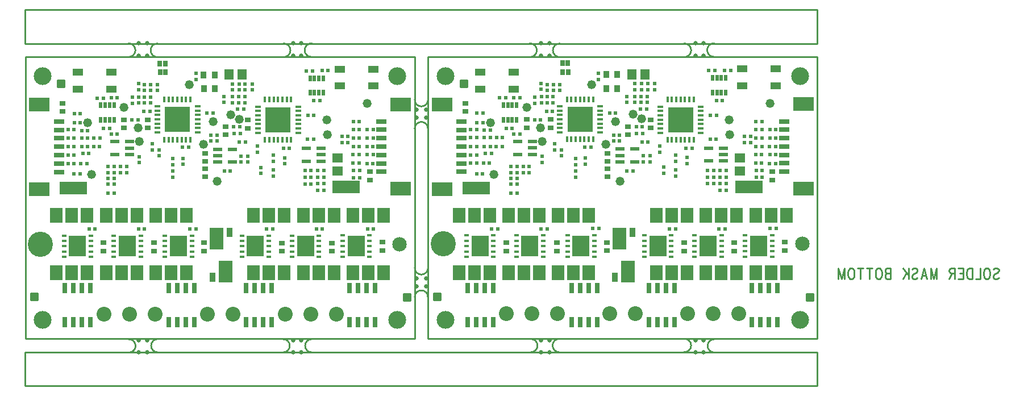
<source format=gbr>
*
%LPD*%
%LN2FOC-SMB*%
%FSLAX24Y24*%
%MOIN*%
%SRX1Y1I0.0J0.0*%
%AD*%
%ADD13C,0.010000*%
%ADD83C,0.104360*%
%ADD84R,0.026000X0.037000*%
%ADD85R,0.037000X0.026000*%
%ADD86C,0.042000*%
%ADD87C,0.147670*%
%ADD88C,0.084680*%
%ADD89R,0.023650X0.023650*%
%ADD90R,0.054000X0.062000*%
%ADD91R,0.162000X0.078000*%
%ADD93R,0.081920X0.127200*%
%ADD94R,0.031920X0.057120*%
%ADD95R,0.077000X0.086000*%
%ADD96R,0.062000X0.054000*%
%ADD108C,0.052000*%
%ADD109R,0.064990X0.029560*%
%ADD110R,0.120110X0.084680*%
%ADD113C,0.025620*%
%ADD114C,0.087000*%
%ADD115R,0.018930X0.033500*%
%ADD116R,0.061060X0.041370*%
%ADD117R,0.052000X0.023000*%
%ADD118R,0.037430X0.041370*%
%ADD119R,0.015780X0.033500*%
%ADD120R,0.033500X0.015780*%
%ADD121R,0.147670X0.147670*%
%ADD122R,0.025620X0.017750*%
%ADD123R,0.104360X0.120110*%
%ADD124R,0.025620X0.061060*%
G54D13*
G1X7575Y25267D2*
G1X7975Y25264D1*
G1X7975Y24867D1*
G1X7575Y24867D1*
G1X7575Y25267D1*
G1X27871Y12735D2*
G1X28271Y12733D1*
G1X28271Y12336D1*
G1X27871Y12336D1*
G1X27871Y12735D1*
G1X6016Y12759D2*
G1X6416Y12757D1*
G1X6416Y12359D1*
G1X6016Y12359D1*
G1X6016Y12759D1*
G1X7594Y24867D2*
G1X7975Y25249D1*
G1X7721Y24867D2*
G1X7975Y25121D1*
G1X7848Y24867D2*
G1X7975Y24994D1*
G1X7575Y24976D2*
G1X7864Y25265D1*
G1X7575Y25103D2*
G1X7738Y25266D1*
G1X7575Y25231D2*
G1X7611Y25267D1*
G1X27889Y12336D2*
G1X28271Y12717D1*
G1X28016Y12336D2*
G1X28271Y12590D1*
G1X28144Y12336D2*
G1X28271Y12463D1*
G1X27871Y12444D2*
G1X28160Y12734D1*
G1X27871Y12572D2*
G1X28033Y12734D1*
G1X27871Y12699D2*
G1X27907Y12735D1*
G1X6035Y12359D2*
G1X6416Y12741D1*
G1X6162Y12359D2*
G1X6416Y12614D1*
G1X6289Y12359D2*
G1X6416Y12486D1*
G1X6016Y12468D2*
G1X6305Y12757D1*
G1X6016Y12595D2*
G1X6179Y12758D1*
G1X6016Y12723D2*
G1X6052Y12759D1*
G1X5689Y10087D2*
G1X28523Y10087D1*
G1X28523Y26622D1*
G1X5689Y26622D1*
G1X5689Y10087D1*
G1X11729Y26620D2*
G75*
G3X11730Y27420I17J400D1*
G74*
G1X13453Y27415D2*
G75*
G3X13452Y26615I-17J-400D1*
G74*
G1X20824Y26616D2*
G75*
G3X20825Y27416I17J400D1*
G74*
G1X22490Y27422D2*
G75*
G3X22489Y26622I-17J-400D1*
G74*
G1X11751Y9287D2*
G75*
G3X11752Y10064I16J388D1*
G74*
G1X13473Y10075D2*
G75*
G3X13472Y9296I-16J-390D1*
G74*
G1X20797Y9292D2*
G75*
G3X20797Y10068I15J388D1*
G74*
G1X22505Y10071D2*
G75*
G3X22504Y9292I-16J-390D1*
G74*
G1X29305Y12527D2*
G75*
G3X28529Y12528I-388J16D1*
G74*
G1X28530Y14263D2*
G75*
G3X29309Y14262I390J-16D1*
G74*
G1X5682Y29383D2*
G1X52139Y29383D1*
G1X52139Y27415D1*
G1X5682Y27415D1*
G1X5682Y29383D1*
G1X29304Y10092D2*
G1X52139Y10092D1*
G1X52139Y26627D1*
G1X29304Y26627D1*
G1X29304Y10092D1*
G1X5682Y9304D2*
G1X52139Y9304D1*
G1X52139Y7336D1*
G1X5682Y7336D1*
G1X5682Y9304D1*
G1X29304Y22409D2*
G75*
G3X28528Y22410I-388J16D1*
G74*
G1X28530Y24125D2*
G75*
G3X29309Y24124I390J-16D1*
G74*
G1X37050Y27414D2*
G75*
G3X37049Y26614I-17J-400D1*
G74*
G1X35278Y26617D2*
G75*
G3X35279Y27417I17J400D1*
G74*
G1X44328Y26617D2*
G75*
G3X44329Y27417I17J400D1*
G74*
G1X46098Y27426D2*
G75*
G3X46097Y26626I-17J-400D1*
G74*
G1X46114Y10066D2*
G75*
G3X46114Y9287I-16J-390D1*
G74*
G1X44341Y9311D2*
G75*
G3X44341Y10087I16J388D1*
G74*
G1X37019Y10085D2*
G75*
G3X37018Y9306I-16J-390D1*
G74*
G1X35329Y9303D2*
G75*
G3X35330Y10080I16J388D1*
G74*
G54D83*
G1X6706Y11204D3*
G1X27506Y11204D3*
G1X6706Y25504D3*
G1X27506Y25504D3*
G54D84*
G1X13602Y25717D3*
G1X13917Y25717D3*
G1X13897Y26248D3*
G1X13582Y26248D3*
G54D85*
G1X7874Y23429D3*
G1X7874Y23909D3*
G1X25886Y19884D3*
G1X25886Y19404D3*
G1X17421Y22051D3*
G1X17421Y22531D3*
G1X18740Y22445D3*
G1X18740Y22925D3*
G1X10275Y15717D3*
G1X10275Y15237D3*
G1X13248Y15717D3*
G1X13248Y15237D3*
G1X16177Y15724D3*
G1X16177Y15244D3*
G1X20724Y15715D3*
G1X20724Y15235D3*
G1X23653Y15715D3*
G1X23653Y15235D3*
G1X26630Y15750D3*
G1X26630Y15270D3*
G1X16220Y20496D3*
G1X16220Y20976D3*
G1X16220Y19591D3*
G1X16220Y20071D3*
G1X12874Y22465D3*
G1X12874Y22945D3*
G1X11476Y22465D3*
G1X11476Y22945D3*
G54D86*
G1X7775Y25067D3*
G1X28071Y12536D3*
G1X6216Y12559D3*
G54D87*
G1X6575Y15648D3*
G54D88*
G1X27638Y15648D3*
G54D89*
G1X9291Y20382D3*
G1X8937Y20382D3*
G1X9350Y21878D3*
G1X8996Y21878D3*
G1X9350Y21377D3*
G1X8996Y21377D3*
G1X8897Y19752D3*
G1X8543Y19752D3*
G1X8917Y22764D3*
G1X8563Y22764D3*
G1X8543Y20874D3*
G1X8189Y20874D3*
G1X8543Y21366D3*
G1X8189Y21366D3*
G1X8543Y21878D3*
G1X8189Y21878D3*
G1X8543Y22351D3*
G1X8189Y22351D3*
G1X8917Y23315D3*
G1X8563Y23315D3*
G1X9350Y22311D3*
G1X8996Y22311D3*
G1X9409Y20973D3*
G1X9055Y20973D3*
G1X8189Y20382D3*
G1X8543Y20382D3*
G1X24941Y19546D3*
G1X25295Y19546D3*
G1X24909Y20394D3*
G1X25263Y20394D3*
G1X24921Y21849D3*
G1X25275Y21849D3*
G1X26102Y22361D3*
G1X25748Y22361D3*
G1X25748Y21849D3*
G1X26102Y21849D3*
G1X25728Y21357D3*
G1X26082Y21357D3*
G1X25748Y20884D3*
G1X26102Y20884D3*
G1X25728Y20374D3*
G1X26082Y20374D3*
G1X25295Y19959D3*
G1X24941Y19959D3*
G1X25263Y20886D3*
G1X24909Y20886D3*
G1X25275Y21357D3*
G1X24921Y21357D3*
G1X25275Y22361D3*
G1X24921Y22361D3*
G1X10059Y21878D3*
G1X9704Y21878D3*
G1X10039Y21377D3*
G1X9685Y21377D3*
G1X24252Y21599D3*
G1X24606Y21599D3*
G1X24252Y21961D3*
G1X24606Y21961D3*
G1X15689Y25303D3*
G1X15689Y25658D3*
G1X25275Y22833D3*
G1X24921Y22833D3*
G1X12370Y20782D3*
G1X12370Y20428D3*
G1X13527Y21176D3*
G1X13527Y20821D3*
G1X13134Y21176D3*
G1X13134Y21530D3*
G1X14350Y20303D3*
G1X14350Y20658D3*
G1X14350Y19929D3*
G1X14350Y19575D3*
G1X19291Y21386D3*
G1X19291Y21032D3*
G1X18248Y21642D3*
G1X18602Y21642D3*
G1X14921Y20323D3*
G1X14921Y20677D3*
G1X20224Y20500D3*
G1X20224Y20854D3*
G1X19508Y19791D3*
G1X19508Y20146D3*
G1X20897Y20713D3*
G1X20897Y20358D3*
G1X20228Y19996D3*
G1X20228Y19642D3*
G1X12638Y23433D3*
G1X12992Y23433D3*
G1X18149Y23571D3*
G1X18504Y23571D3*
G1X10630Y22429D3*
G1X10275Y22429D3*
G1X16693Y23321D3*
G1X16338Y23321D3*
G1X15256Y21327D3*
G1X14901Y21327D3*
G1X21181Y21268D3*
G1X20826Y21268D3*
G1X22615Y23195D3*
G1X22261Y23195D3*
G1X10728Y24225D3*
G1X11082Y24225D3*
G1X10256Y24213D3*
G1X9901Y24213D3*
G1X23088Y25833D3*
G1X23442Y25833D3*
G1X22519Y25815D3*
G1X22165Y25815D3*
G1X17933Y22134D3*
G1X18287Y22134D3*
G1X17913Y22528D3*
G1X18267Y22528D3*
G1X9429Y16526D3*
G1X9783Y16526D3*
G1X12329Y16536D3*
G1X12683Y16536D3*
G1X15350Y16543D3*
G1X15704Y16543D3*
G1X11082Y22085D3*
G1X10728Y22085D3*
G1X10551Y19172D3*
G1X10905Y19172D3*
G1X11279Y20205D3*
G1X11634Y20205D3*
G1X10551Y19487D3*
G1X10905Y19487D3*
G1X10551Y20205D3*
G1X10905Y20205D3*
G1X10551Y19831D3*
G1X10905Y19831D3*
G1X10551Y18621D3*
G1X10905Y18621D3*
G1X11279Y19831D3*
G1X11634Y19831D3*
G1X22834Y19949D3*
G1X23189Y19949D3*
G1X13051Y24654D3*
G1X13051Y25008D3*
G1X13031Y23925D3*
G1X13031Y24280D3*
G1X18189Y23945D3*
G1X18189Y24299D3*
G1X18228Y24693D3*
G1X18228Y25047D3*
G1X12323Y25067D3*
G1X12323Y24713D3*
G1X12677Y24654D3*
G1X12677Y25008D3*
G1X11968Y24260D3*
G1X11968Y23906D3*
G1X12677Y23925D3*
G1X12677Y24280D3*
G1X17342Y24310D3*
G1X17342Y23955D3*
G1X18563Y23945D3*
G1X18563Y24299D3*
G1X18996Y25047D3*
G1X18996Y24693D3*
G1X17834Y24693D3*
G1X17834Y25047D3*
G1X13425Y24654D3*
G1X13425Y25008D3*
G1X12342Y23925D3*
G1X12342Y24280D3*
G1X17834Y23945D3*
G1X17834Y24299D3*
G1X18582Y24693D3*
G1X18582Y25047D3*
G1X25760Y16547D3*
G1X26114Y16547D3*
G1X19850Y16540D3*
G1X20204Y16540D3*
G1X23189Y19201D3*
G1X22834Y19201D3*
G1X22598Y21799D3*
G1X22244Y21799D3*
G1X22086Y19575D3*
G1X22441Y19575D3*
G1X22834Y18807D3*
G1X23189Y18807D3*
G1X22086Y19181D3*
G1X22441Y19181D3*
G1X22834Y19575D3*
G1X23189Y19575D3*
G1X22086Y19949D3*
G1X22441Y19949D3*
G1X22964Y24071D3*
G1X22610Y24071D3*
G1X16929Y21701D3*
G1X16575Y21701D3*
G1X17716Y19929D3*
G1X17362Y19929D3*
G1X18720Y20815D3*
G1X18720Y20461D3*
G1X18326Y20461D3*
G1X18326Y20815D3*
G1X16575Y22036D3*
G1X16929Y22036D3*
G1X22760Y16532D3*
G1X23114Y16532D3*
G1X11949Y22941D3*
G1X12303Y22941D3*
G54D90*
G1X18411Y25599D3*
G1X17651Y25599D3*
G54D91*
G1X8504Y18916D3*
G1X24508Y18995D3*
G54D93*
G1X17430Y14036D3*
G1X16909Y15976D3*
G54D94*
G1X16660Y13684D3*
G1X17679Y16328D3*
G54D95*
G1X7505Y13955D3*
G1X8405Y13955D3*
G1X9305Y13955D3*
G1X20880Y17341D3*
G1X19980Y17341D3*
G1X19080Y17341D3*
G1X23793Y17341D3*
G1X22893Y17341D3*
G1X21993Y17341D3*
G1X26707Y17341D3*
G1X25807Y17341D3*
G1X24907Y17341D3*
G1X10419Y13955D3*
G1X11319Y13955D3*
G1X12219Y13955D3*
G1X13332Y13955D3*
G1X14232Y13955D3*
G1X15132Y13955D3*
G1X9305Y17341D3*
G1X8405Y17341D3*
G1X7505Y17341D3*
G1X12219Y17341D3*
G1X11319Y17341D3*
G1X10419Y17341D3*
G1X15132Y17341D3*
G1X14232Y17341D3*
G1X13332Y17341D3*
G1X19080Y13955D3*
G1X19980Y13955D3*
G1X20880Y13955D3*
G1X21993Y13955D3*
G1X22893Y13955D3*
G1X23793Y13955D3*
G1X24907Y13955D3*
G1X25807Y13955D3*
G1X26707Y13955D3*
G54D96*
G1X23996Y19943D3*
G1X23996Y20703D3*
G54D108*
G1X17736Y23247D3*
G1X23386Y22051D3*
G1X23366Y22921D3*
G1X11476Y23669D3*
G1X9350Y22764D3*
G1X16693Y22843D3*
G1X9567Y19723D3*
G1X12370Y21652D3*
G1X18228Y22980D3*
G1X16130Y21504D3*
G1X25748Y23906D3*
G1X16949Y19339D3*
G1X15295Y25008D3*
G1X12303Y22449D3*
G54D109*
G1X26575Y22843D3*
G1X26575Y22351D3*
G1X26575Y21859D3*
G1X26575Y21367D3*
G1X26575Y20875D3*
G1X26575Y20382D3*
G1X26575Y19890D3*
G1X7657Y19880D3*
G1X7657Y20372D3*
G1X7657Y20864D3*
G1X7657Y21356D3*
G1X7657Y21849D3*
G1X7657Y22341D3*
G1X7657Y22833D3*
G54D110*
G1X27716Y18886D3*
G1X27716Y23847D3*
G1X6515Y23837D3*
G1X6515Y18876D3*
G54D113*
G1X12348Y26711D3*
G1X12348Y9999D3*
G1X12348Y9308D3*
G1X12821Y9308D3*
G1X21876Y9999D3*
G1X21403Y9999D3*
G1X21403Y9308D3*
G1X21876Y9308D3*
G1X28622Y13157D3*
G1X28622Y13629D3*
G1X29212Y13157D3*
G1X12821Y27419D3*
G1X29212Y13629D3*
G1X28622Y23057D3*
G1X28622Y23529D3*
G1X29212Y23057D3*
G1X29212Y23529D3*
G1X35948Y27419D3*
G1X36421Y27419D3*
G1X35948Y26711D3*
G1X36421Y26711D3*
G1X45003Y27419D3*
G1X12348Y27419D3*
G1X45476Y27419D3*
G1X45003Y26711D3*
G1X45476Y26711D3*
G1X35948Y9999D3*
G1X36421Y9999D3*
G1X36421Y9308D3*
G1X35948Y9308D3*
G1X45003Y9999D3*
G1X45476Y9999D3*
G1X45003Y9308D3*
G1X12821Y26711D3*
G1X45476Y9308D3*
G1X21876Y27419D3*
G1X21403Y27419D3*
G1X21403Y26711D3*
G1X21876Y26711D3*
G1X12821Y9999D3*
G54D114*
G1X16356Y11543D3*
G1X17856Y11543D3*
G1X10291Y11543D3*
G1X11791Y11543D3*
G1X13291Y11543D3*
G1X20921Y11543D3*
G1X22421Y11543D3*
G1X23921Y11543D3*
G54D115*
G1X10886Y22925D3*
G1X10630Y22925D3*
G1X10374Y22925D3*
G1X10118Y22925D3*
G1X10118Y23791D3*
G1X10374Y23791D3*
G1X10630Y23791D3*
G1X10886Y23791D3*
G1X23157Y24516D3*
G1X22901Y24516D3*
G1X22645Y24516D3*
G1X22389Y24516D3*
G1X22389Y25382D3*
G1X22645Y25382D3*
G1X22901Y25382D3*
G1X23157Y25382D3*
G54D116*
G1X10728Y24732D3*
G1X10728Y25717D3*
G1X8760Y25717D3*
G1X8760Y24732D3*
G1X24134Y25914D3*
G1X24134Y24929D3*
G1X26102Y24929D3*
G1X26102Y25914D3*
G54D117*
G1X11808Y21658D3*
G1X11808Y21278D3*
G1X11808Y20898D3*
G1X10938Y20898D3*
G1X10938Y21658D3*
G1X23028Y21274D3*
G1X23028Y20894D3*
G1X23028Y20514D3*
G1X22158Y20514D3*
G1X22158Y21274D3*
G1X16952Y20455D3*
G1X16952Y20835D3*
G1X16952Y21215D3*
G1X17822Y21215D3*
G1X17822Y20455D3*
G54D118*
G1X16791Y25579D3*
G1X16791Y24752D3*
G1X16157Y24752D3*
G1X16149Y25579D3*
G54D119*
G1X13838Y24142D3*
G1X14094Y24142D3*
G1X14350Y24142D3*
G1X14606Y24142D3*
G1X14862Y24142D3*
G1X15118Y24142D3*
G1X15374Y24142D3*
G1X15374Y21780D3*
G1X15118Y21780D3*
G1X14862Y21780D3*
G1X14606Y21780D3*
G1X14350Y21780D3*
G1X14094Y21780D3*
G1X13838Y21780D3*
G1X19744Y24122D3*
G1X20000Y24122D3*
G1X20256Y24122D3*
G1X20512Y24122D3*
G1X20767Y24122D3*
G1X21023Y24122D3*
G1X21279Y24122D3*
G1X21279Y21760D3*
G1X21023Y21760D3*
G1X20767Y21760D3*
G1X20512Y21760D3*
G1X20256Y21760D3*
G1X20000Y21760D3*
G1X19744Y21760D3*
G54D120*
G1X15787Y23729D3*
G1X15787Y23473D3*
G1X15787Y23217D3*
G1X15787Y22961D3*
G1X15787Y22705D3*
G1X15787Y22449D3*
G1X15787Y22193D3*
G1X13425Y22193D3*
G1X13425Y22449D3*
G1X13425Y22705D3*
G1X13425Y22961D3*
G1X13425Y23217D3*
G1X13425Y23473D3*
G1X13425Y23729D3*
G1X21693Y23709D3*
G1X21693Y23453D3*
G1X21693Y23197D3*
G1X21693Y22941D3*
G1X21693Y22685D3*
G1X21693Y22429D3*
G1X21693Y22173D3*
G1X19330Y22173D3*
G1X19330Y22429D3*
G1X19330Y22685D3*
G1X19330Y22941D3*
G1X19330Y23197D3*
G1X19330Y23453D3*
G1X19330Y23709D3*
G54D121*
G1X14606Y22961D3*
G1X20512Y22941D3*
G54D122*
G1X9527Y16146D3*
G1X9527Y15831D3*
G1X9527Y15516D3*
G1X9527Y15201D3*
G1X9527Y14886D3*
G1X7952Y14886D3*
G1X7952Y15201D3*
G1X7952Y15516D3*
G1X7952Y15831D3*
G1X7952Y16146D3*
G1X12456Y16146D3*
G1X12456Y15831D3*
G1X12456Y15516D3*
G1X12456Y15201D3*
G1X12456Y14886D3*
G1X10881Y14886D3*
G1X10881Y15201D3*
G1X10881Y15516D3*
G1X10881Y15831D3*
G1X10881Y16146D3*
G1X15456Y16146D3*
G1X15456Y15831D3*
G1X15456Y15516D3*
G1X15456Y15201D3*
G1X15456Y14886D3*
G1X13881Y14886D3*
G1X13881Y15201D3*
G1X13881Y15516D3*
G1X13881Y15831D3*
G1X13881Y16146D3*
G1X19968Y16146D3*
G1X19968Y15831D3*
G1X19968Y15516D3*
G1X19968Y15201D3*
G1X19968Y14886D3*
G1X18393Y14886D3*
G1X18393Y15201D3*
G1X18393Y15516D3*
G1X18393Y15831D3*
G1X18393Y16146D3*
G1X22909Y16146D3*
G1X22909Y15831D3*
G1X22909Y15516D3*
G1X22909Y15201D3*
G1X22909Y14886D3*
G1X21334Y14886D3*
G1X21334Y15201D3*
G1X21334Y15516D3*
G1X21334Y15831D3*
G1X21334Y16146D3*
G1X25878Y16158D3*
G1X25878Y15843D3*
G1X25878Y15528D3*
G1X25878Y15213D3*
G1X25878Y14898D3*
G1X24303Y14898D3*
G1X24303Y15213D3*
G1X24303Y15528D3*
G1X24303Y15843D3*
G1X24303Y16158D3*
G54D123*
G1X8740Y15516D3*
G1X11669Y15516D3*
G1X14669Y15516D3*
G1X19181Y15516D3*
G1X22122Y15516D3*
G1X25090Y15528D3*
G54D124*
G1X14112Y13055D3*
G1X14612Y13055D3*
G1X15112Y13055D3*
G1X15612Y13055D3*
G1X15612Y11055D3*
G1X15112Y11055D3*
G1X14612Y11055D3*
G1X14112Y11055D3*
G1X18639Y13055D3*
G1X19139Y13055D3*
G1X19639Y13055D3*
G1X20139Y13055D3*
G1X20139Y11055D3*
G1X19639Y11055D3*
G1X19139Y11055D3*
G1X18639Y11055D3*
G1X24702Y13055D3*
G1X25202Y13055D3*
G1X25702Y13055D3*
G1X26202Y13055D3*
G1X26202Y11055D3*
G1X25702Y11055D3*
G1X25202Y11055D3*
G1X24702Y11055D3*
G1X8010Y13055D3*
G1X8510Y13055D3*
G1X9010Y13055D3*
G1X9510Y13055D3*
G1X9510Y11055D3*
G1X9010Y11055D3*
G1X8510Y11055D3*
G1X8010Y11055D3*
G1X62469Y14149D2*
G54D13*
G1X62514Y14212D1*
G1X62582Y14243D1*
G1X62673Y14243D1*
G1X62741Y14212D1*
G1X62787Y14149D1*
G1X62787Y14087D1*
G1X62764Y14024D1*
G1X62741Y13993D1*
G1X62696Y13962D1*
G1X62559Y13899D1*
G1X62514Y13868D1*
G1X62491Y13837D1*
G1X62469Y13774D1*
G1X62469Y13681D1*
G1X62514Y13618D1*
G1X62582Y13587D1*
G1X62673Y13587D1*
G1X62741Y13618D1*
G1X62787Y13681D1*
G1X62128Y14243D2*
G1X62173Y14212D1*
G1X62219Y14149D1*
G1X62241Y14087D1*
G1X62264Y13993D1*
G1X62264Y13837D1*
G1X62241Y13743D1*
G1X62219Y13681D1*
G1X62173Y13618D1*
G1X62128Y13587D1*
G1X62037Y13587D1*
G1X61991Y13618D1*
G1X61946Y13681D1*
G1X61923Y13743D1*
G1X61900Y13837D1*
G1X61900Y13993D1*
G1X61923Y14087D1*
G1X61946Y14149D1*
G1X61991Y14212D1*
G1X62037Y14243D1*
G1X62128Y14243D1*
G1X61696Y14243D2*
G1X61696Y13587D1*
G1X61423Y13587D1*
G1X61219Y14243D2*
G1X61219Y13587D1*
G1X61219Y14243D2*
G1X61059Y14243D1*
G1X60991Y14212D1*
G1X60946Y14149D1*
G1X60923Y14087D1*
G1X60900Y13993D1*
G1X60900Y13837D1*
G1X60923Y13743D1*
G1X60946Y13681D1*
G1X60991Y13618D1*
G1X61059Y13587D1*
G1X61219Y13587D1*
G1X60696Y14243D2*
G1X60696Y13587D1*
G1X60696Y14243D2*
G1X60400Y14243D1*
G1X60696Y13931D2*
G1X60514Y13931D1*
G1X60696Y13587D2*
G1X60400Y13587D1*
G1X60196Y14243D2*
G1X60196Y13587D1*
G1X60196Y14243D2*
G1X59991Y14243D1*
G1X59923Y14212D1*
G1X59900Y14181D1*
G1X59878Y14118D1*
G1X59878Y14056D1*
G1X59900Y13993D1*
G1X59923Y13962D1*
G1X59991Y13931D1*
G1X60196Y13931D1*
G1X60037Y13931D2*
G1X59878Y13587D1*
G1X59150Y14243D2*
G1X59150Y13587D1*
G1X59150Y14243D2*
G1X58969Y13587D1*
G1X58787Y14243D1*
G1X58787Y13587D1*
G1X58400Y14243D2*
G1X58582Y13587D1*
G1X58400Y14243D2*
G1X58219Y13587D1*
G1X58514Y13806D2*
G1X58287Y13806D1*
G1X57696Y14149D2*
G1X57741Y14212D1*
G1X57809Y14243D1*
G1X57900Y14243D1*
G1X57969Y14212D1*
G1X58014Y14149D1*
G1X58014Y14087D1*
G1X57991Y14024D1*
G1X57969Y13993D1*
G1X57923Y13962D1*
G1X57787Y13899D1*
G1X57741Y13868D1*
G1X57719Y13837D1*
G1X57696Y13774D1*
G1X57696Y13681D1*
G1X57741Y13618D1*
G1X57809Y13587D1*
G1X57900Y13587D1*
G1X57969Y13618D1*
G1X58014Y13681D1*
G1X57491Y14243D2*
G1X57491Y13587D1*
G1X57173Y14243D2*
G1X57491Y13806D1*
G1X57378Y13962D2*
G1X57173Y13587D1*
G1X56446Y14243D2*
G1X56446Y13587D1*
G1X56446Y14243D2*
G1X56241Y14243D1*
G1X56173Y14212D1*
G1X56150Y14181D1*
G1X56128Y14118D1*
G1X56128Y14056D1*
G1X56150Y13993D1*
G1X56173Y13962D1*
G1X56241Y13931D1*
G1X56446Y13931D1*
G1X56241Y13931D2*
G1X56173Y13899D1*
G1X56150Y13868D1*
G1X56128Y13806D1*
G1X56128Y13712D1*
G1X56150Y13649D1*
G1X56173Y13618D1*
G1X56241Y13587D1*
G1X56446Y13587D1*
G1X55787Y14243D2*
G1X55832Y14212D1*
G1X55878Y14149D1*
G1X55900Y14087D1*
G1X55923Y13993D1*
G1X55923Y13837D1*
G1X55900Y13743D1*
G1X55878Y13681D1*
G1X55832Y13618D1*
G1X55787Y13587D1*
G1X55696Y13587D1*
G1X55650Y13618D1*
G1X55605Y13681D1*
G1X55582Y13743D1*
G1X55559Y13837D1*
G1X55559Y13993D1*
G1X55582Y14087D1*
G1X55605Y14149D1*
G1X55650Y14212D1*
G1X55696Y14243D1*
G1X55787Y14243D1*
G1X55196Y14243D2*
G1X55196Y13587D1*
G1X55355Y14243D2*
G1X55037Y14243D1*
G1X54673Y14243D2*
G1X54673Y13587D1*
G1X54832Y14243D2*
G1X54514Y14243D1*
G1X54173Y14243D2*
G1X54219Y14212D1*
G1X54264Y14149D1*
G1X54287Y14087D1*
G1X54309Y13993D1*
G1X54309Y13837D1*
G1X54287Y13743D1*
G1X54264Y13681D1*
G1X54219Y13618D1*
G1X54173Y13587D1*
G1X54082Y13587D1*
G1X54037Y13618D1*
G1X53991Y13681D1*
G1X53969Y13743D1*
G1X53946Y13837D1*
G1X53946Y13993D1*
G1X53969Y14087D1*
G1X53991Y14149D1*
G1X54037Y14212D1*
G1X54082Y14243D1*
G1X54173Y14243D1*
G1X53741Y14243D2*
G1X53741Y13587D1*
G1X53741Y14243D2*
G1X53559Y13587D1*
G1X53378Y14243D1*
G1X53378Y13587D1*
G1X31191Y25272D2*
G1X31591Y25270D1*
G1X31591Y24872D1*
G1X31191Y24872D1*
G1X31191Y25272D1*
G1X51486Y12741D2*
G1X51886Y12738D1*
G1X51886Y12341D1*
G1X51486Y12341D1*
G1X51486Y12741D1*
G1X29632Y12764D2*
G1X30032Y12762D1*
G1X30032Y12365D1*
G1X29632Y12365D1*
G1X29632Y12764D1*
G1X31209Y24872D2*
G1X31591Y25254D1*
G1X31337Y24872D2*
G1X31591Y25127D1*
G1X31464Y24872D2*
G1X31591Y25000D1*
G1X31191Y24981D2*
G1X31480Y25270D1*
G1X31191Y25109D2*
G1X31353Y25271D1*
G1X31191Y25236D2*
G1X31227Y25272D1*
G1X51505Y12341D2*
G1X51886Y12723D1*
G1X51632Y12341D2*
G1X51886Y12595D1*
G1X51759Y12341D2*
G1X51886Y12468D1*
G1X51486Y12450D2*
G1X51775Y12739D1*
G1X51486Y12577D2*
G1X51649Y12740D1*
G1X51486Y12704D2*
G1X51522Y12740D1*
G1X29650Y12365D2*
G1X30032Y12746D1*
G1X29777Y12365D2*
G1X30032Y12619D1*
G1X29905Y12365D2*
G1X30032Y12492D1*
G1X29632Y12473D2*
G1X29921Y12763D1*
G1X29632Y12601D2*
G1X29794Y12763D1*
G1X29632Y12728D2*
G1X29668Y12764D1*
G1X29304Y10092D2*
G1X52139Y10092D1*
G1X52139Y26628D1*
G1X29304Y26628D1*
G1X29304Y10092D1*
G54D83*
G1X30322Y11210D3*
G1X51122Y11210D3*
G1X30322Y25510D3*
G1X51122Y25510D3*
G54D84*
G1X37218Y25722D3*
G1X37533Y25722D3*
G1X37513Y26254D3*
G1X37198Y26254D3*
G54D85*
G1X31489Y23435D3*
G1X31489Y23915D3*
G1X49501Y19890D3*
G1X49501Y19410D3*
G1X41036Y22057D3*
G1X41036Y22537D3*
G1X42355Y22451D3*
G1X42355Y22931D3*
G1X33891Y15722D3*
G1X33891Y15242D3*
G1X36863Y15722D3*
G1X36863Y15242D3*
G1X39792Y15730D3*
G1X39792Y15250D3*
G1X44340Y15720D3*
G1X44340Y15240D3*
G1X47269Y15720D3*
G1X47269Y15240D3*
G1X50245Y15756D3*
G1X50245Y15276D3*
G1X39836Y20502D3*
G1X39836Y20982D3*
G1X39836Y19596D3*
G1X39836Y20076D3*
G1X36489Y22470D3*
G1X36489Y22950D3*
G1X35092Y22470D3*
G1X35092Y22950D3*
G54D86*
G1X31391Y25072D3*
G1X51686Y12541D3*
G1X29832Y12565D3*
G54D87*
G1X30190Y15654D3*
G54D88*
G1X51253Y15654D3*
G54D89*
G1X32907Y20387D3*
G1X32552Y20387D3*
G1X32966Y21884D3*
G1X32611Y21884D3*
G1X32966Y21382D3*
G1X32611Y21382D3*
G1X32513Y19758D3*
G1X32159Y19758D3*
G1X32533Y22769D3*
G1X32178Y22769D3*
G1X32159Y20880D3*
G1X31804Y20880D3*
G1X32159Y21372D3*
G1X31804Y21372D3*
G1X32159Y21884D3*
G1X31804Y21884D3*
G1X32159Y22356D3*
G1X31804Y22356D3*
G1X32533Y23321D3*
G1X32178Y23321D3*
G1X32966Y22317D3*
G1X32611Y22317D3*
G1X33025Y20978D3*
G1X32670Y20978D3*
G1X31804Y20387D3*
G1X32159Y20387D3*
G1X48556Y19551D3*
G1X48910Y19551D3*
G1X48525Y20399D3*
G1X48879Y20399D3*
G1X48536Y21854D3*
G1X48891Y21854D3*
G1X49718Y22366D3*
G1X49363Y22366D3*
G1X49363Y21854D3*
G1X49718Y21854D3*
G1X49344Y21362D3*
G1X49698Y21362D3*
G1X49363Y20890D3*
G1X49718Y20890D3*
G1X49344Y20380D3*
G1X49698Y20380D3*
G1X48910Y19965D3*
G1X48556Y19965D3*
G1X48879Y20891D3*
G1X48525Y20891D3*
G1X48891Y21362D3*
G1X48536Y21362D3*
G1X48891Y22366D3*
G1X48536Y22366D3*
G1X33674Y21884D3*
G1X33320Y21884D3*
G1X33655Y21382D3*
G1X33300Y21382D3*
G1X47867Y21604D3*
G1X48222Y21604D3*
G1X47867Y21966D3*
G1X48222Y21966D3*
G1X39304Y25309D3*
G1X39304Y25663D3*
G1X48891Y22839D3*
G1X48536Y22839D3*
G1X35985Y20787D3*
G1X35985Y20433D3*
G1X37143Y21181D3*
G1X37143Y20827D3*
G1X36749Y21181D3*
G1X36749Y21535D3*
G1X37966Y20309D3*
G1X37966Y20663D3*
G1X37966Y19935D3*
G1X37966Y19580D3*
G1X42907Y21391D3*
G1X42907Y21037D3*
G1X41863Y21647D3*
G1X42218Y21647D3*
G1X38536Y20328D3*
G1X38536Y20683D3*
G1X43840Y20506D3*
G1X43840Y20860D3*
G1X43123Y19797D3*
G1X43123Y20151D3*
G1X44513Y20718D3*
G1X44513Y20364D3*
G1X43844Y20002D3*
G1X43844Y19647D3*
G1X36253Y23439D3*
G1X36607Y23439D3*
G1X41765Y23576D3*
G1X42119Y23576D3*
G1X34245Y22435D3*
G1X33891Y22435D3*
G1X40308Y23327D3*
G1X39954Y23327D3*
G1X38871Y21332D3*
G1X38517Y21332D3*
G1X44796Y21273D3*
G1X44442Y21273D3*
G1X46231Y23200D3*
G1X45877Y23200D3*
G1X34344Y24230D3*
G1X34698Y24230D3*
G1X33871Y24218D3*
G1X33517Y24218D3*
G1X46703Y25838D3*
G1X47058Y25838D3*
G1X46135Y25821D3*
G1X45781Y25821D3*
G1X41548Y22139D3*
G1X41903Y22139D3*
G1X41529Y22533D3*
G1X41883Y22533D3*
G1X33044Y16531D3*
G1X33399Y16531D3*
G1X35944Y16541D3*
G1X36299Y16541D3*
G1X38966Y16549D3*
G1X39320Y16549D3*
G1X34698Y22091D3*
G1X34344Y22091D3*
G1X34166Y19177D3*
G1X34521Y19177D3*
G1X34895Y20210D3*
G1X35249Y20210D3*
G1X34166Y19492D3*
G1X34521Y19492D3*
G1X34166Y20210D3*
G1X34521Y20210D3*
G1X34166Y19836D3*
G1X34521Y19836D3*
G1X34166Y18626D3*
G1X34521Y18626D3*
G1X34895Y19836D3*
G1X35249Y19836D3*
G1X46450Y19954D3*
G1X46804Y19954D3*
G1X36666Y24659D3*
G1X36666Y25013D3*
G1X36647Y23931D3*
G1X36647Y24285D3*
G1X41804Y23950D3*
G1X41804Y24305D3*
G1X41844Y24698D3*
G1X41844Y25053D3*
G1X35938Y25072D3*
G1X35938Y24718D3*
G1X36292Y24659D3*
G1X36292Y25013D3*
G1X35584Y24265D3*
G1X35584Y23911D3*
G1X36292Y23931D3*
G1X36292Y24285D3*
G1X40958Y24315D3*
G1X40958Y23961D3*
G1X42178Y23950D3*
G1X42178Y24305D3*
G1X42611Y25053D3*
G1X42611Y24698D3*
G1X41450Y24698D3*
G1X41450Y25053D3*
G1X37040Y24659D3*
G1X37040Y25013D3*
G1X35958Y23931D3*
G1X35958Y24285D3*
G1X41450Y23950D3*
G1X41450Y24305D3*
G1X42198Y24698D3*
G1X42198Y25053D3*
G1X49375Y16553D3*
G1X49729Y16553D3*
G1X43466Y16545D3*
G1X43820Y16545D3*
G1X46804Y19206D3*
G1X46450Y19206D3*
G1X46214Y21805D3*
G1X45859Y21805D3*
G1X45702Y19580D3*
G1X46056Y19580D3*
G1X46450Y18813D3*
G1X46804Y18813D3*
G1X45702Y19187D3*
G1X46056Y19187D3*
G1X46450Y19580D3*
G1X46804Y19580D3*
G1X45702Y19954D3*
G1X46056Y19954D3*
G1X46580Y24076D3*
G1X46225Y24076D3*
G1X40544Y21706D3*
G1X40190Y21706D3*
G1X41332Y19935D3*
G1X40977Y19935D3*
G1X42336Y20821D3*
G1X42336Y20466D3*
G1X41942Y20466D3*
G1X41942Y20821D3*
G1X40190Y22041D3*
G1X40544Y22041D3*
G1X46375Y16537D3*
G1X46729Y16537D3*
G1X35564Y22947D3*
G1X35918Y22947D3*
G54D90*
G1X42027Y25604D3*
G1X41267Y25604D3*
G54D91*
G1X32119Y18921D3*
G1X48123Y19000D3*
G54D93*
G1X41045Y14041D3*
G1X40525Y15981D3*
G54D94*
G1X40275Y13689D3*
G1X41295Y16333D3*
G54D95*
G1X31121Y13961D3*
G1X32021Y13961D3*
G1X32921Y13961D3*
G1X44496Y17347D3*
G1X43596Y17347D3*
G1X42696Y17347D3*
G1X47409Y17347D3*
G1X46509Y17347D3*
G1X45609Y17347D3*
G1X50322Y17347D3*
G1X49422Y17347D3*
G1X48522Y17347D3*
G1X34034Y13961D3*
G1X34934Y13961D3*
G1X35834Y13961D3*
G1X36947Y13961D3*
G1X37847Y13961D3*
G1X38747Y13961D3*
G1X32921Y17347D3*
G1X32021Y17347D3*
G1X31121Y17347D3*
G1X35834Y17347D3*
G1X34934Y17347D3*
G1X34034Y17347D3*
G1X38747Y17347D3*
G1X37847Y17347D3*
G1X36947Y17347D3*
G1X42696Y13961D3*
G1X43596Y13961D3*
G1X44496Y13961D3*
G1X45609Y13961D3*
G1X46509Y13961D3*
G1X47409Y13961D3*
G1X48522Y13961D3*
G1X49422Y13961D3*
G1X50322Y13961D3*
G54D96*
G1X47611Y19948D3*
G1X47611Y20708D3*
G54D108*
G1X41351Y23252D3*
G1X47001Y22057D3*
G1X46981Y22927D3*
G1X35092Y23675D3*
G1X32966Y22769D3*
G1X40308Y22848D3*
G1X33182Y19728D3*
G1X35985Y21658D3*
G1X41844Y22986D3*
G1X39745Y21509D3*
G1X49363Y23911D3*
G1X40564Y19344D3*
G1X38910Y25013D3*
G1X35918Y22454D3*
G54D109*
G1X50190Y22848D3*
G1X50190Y22356D3*
G1X50190Y21864D3*
G1X50190Y21372D3*
G1X50190Y20880D3*
G1X50190Y20388D3*
G1X50190Y19896D3*
G1X31273Y19885D3*
G1X31273Y20378D3*
G1X31273Y20870D3*
G1X31273Y21362D3*
G1X31273Y21854D3*
G1X31273Y22346D3*
G1X31273Y22838D3*
G54D110*
G1X51332Y18892D3*
G1X51332Y23852D3*
G1X30131Y23842D3*
G1X30131Y18882D3*
G54D114*
G1X39972Y11549D3*
G1X41472Y11549D3*
G1X33907Y11549D3*
G1X35407Y11549D3*
G1X36907Y11549D3*
G1X44536Y11549D3*
G1X46036Y11549D3*
G1X47536Y11549D3*
G54D115*
G1X34501Y22931D3*
G1X34245Y22931D3*
G1X33989Y22931D3*
G1X33733Y22931D3*
G1X33733Y23797D3*
G1X33989Y23797D3*
G1X34245Y23797D3*
G1X34501Y23797D3*
G1X46773Y24521D3*
G1X46517Y24521D3*
G1X46261Y24521D3*
G1X46005Y24521D3*
G1X46005Y25387D3*
G1X46261Y25387D3*
G1X46517Y25387D3*
G1X46773Y25387D3*
G54D116*
G1X34344Y24738D3*
G1X34344Y25722D3*
G1X32375Y25722D3*
G1X32375Y24738D3*
G1X47749Y25919D3*
G1X47749Y24935D3*
G1X49718Y24935D3*
G1X49718Y25919D3*
G54D117*
G1X35423Y21664D3*
G1X35423Y21284D3*
G1X35423Y20904D3*
G1X34553Y20904D3*
G1X34553Y21664D3*
G1X46644Y21279D3*
G1X46644Y20899D3*
G1X46644Y20519D3*
G1X45774Y20519D3*
G1X45774Y21279D3*
G1X40567Y20460D3*
G1X40567Y20840D3*
G1X40567Y21220D3*
G1X41437Y21220D3*
G1X41437Y20460D3*
G54D118*
G1X40407Y25584D3*
G1X40407Y24758D3*
G1X39773Y24758D3*
G1X39765Y25584D3*
G54D119*
G1X37454Y24147D3*
G1X37710Y24147D3*
G1X37966Y24147D3*
G1X38222Y24147D3*
G1X38477Y24147D3*
G1X38733Y24147D3*
G1X38989Y24147D3*
G1X38989Y21785D3*
G1X38733Y21785D3*
G1X38477Y21785D3*
G1X38222Y21785D3*
G1X37966Y21785D3*
G1X37710Y21785D3*
G1X37454Y21785D3*
G1X43359Y24128D3*
G1X43615Y24128D3*
G1X43871Y24128D3*
G1X44127Y24128D3*
G1X44383Y24128D3*
G1X44639Y24128D3*
G1X44895Y24128D3*
G1X44895Y21765D3*
G1X44639Y21765D3*
G1X44383Y21765D3*
G1X44127Y21765D3*
G1X43871Y21765D3*
G1X43615Y21765D3*
G1X43359Y21765D3*
G54D120*
G1X39403Y23734D3*
G1X39403Y23478D3*
G1X39403Y23222D3*
G1X39403Y22966D3*
G1X39403Y22710D3*
G1X39403Y22454D3*
G1X39403Y22198D3*
G1X37040Y22198D3*
G1X37040Y22454D3*
G1X37040Y22710D3*
G1X37040Y22966D3*
G1X37040Y23222D3*
G1X37040Y23478D3*
G1X37040Y23734D3*
G1X45308Y23714D3*
G1X45308Y23458D3*
G1X45308Y23202D3*
G1X45308Y22947D3*
G1X45308Y22691D3*
G1X45308Y22435D3*
G1X45308Y22179D3*
G1X42946Y22179D3*
G1X42946Y22435D3*
G1X42946Y22691D3*
G1X42946Y22947D3*
G1X42946Y23202D3*
G1X42946Y23458D3*
G1X42946Y23714D3*
G54D121*
G1X38222Y22966D3*
G1X44127Y22947D3*
G54D122*
G1X33143Y16151D3*
G1X33143Y15836D3*
G1X33143Y15521D3*
G1X33143Y15206D3*
G1X33143Y14891D3*
G1X31568Y14891D3*
G1X31568Y15206D3*
G1X31568Y15521D3*
G1X31568Y15836D3*
G1X31568Y16151D3*
G1X36072Y16151D3*
G1X36072Y15836D3*
G1X36072Y15521D3*
G1X36072Y15206D3*
G1X36072Y14891D3*
G1X34497Y14891D3*
G1X34497Y15206D3*
G1X34497Y15521D3*
G1X34497Y15836D3*
G1X34497Y16151D3*
G1X39072Y16151D3*
G1X39072Y15836D3*
G1X39072Y15521D3*
G1X39072Y15206D3*
G1X39072Y14891D3*
G1X37497Y14891D3*
G1X37497Y15206D3*
G1X37497Y15521D3*
G1X37497Y15836D3*
G1X37497Y16151D3*
G1X43584Y16151D3*
G1X43584Y15836D3*
G1X43584Y15521D3*
G1X43584Y15206D3*
G1X43584Y14891D3*
G1X42009Y14891D3*
G1X42009Y15206D3*
G1X42009Y15521D3*
G1X42009Y15836D3*
G1X42009Y16151D3*
G1X46525Y16151D3*
G1X46525Y15836D3*
G1X46525Y15521D3*
G1X46525Y15206D3*
G1X46525Y14891D3*
G1X44950Y14891D3*
G1X44950Y15206D3*
G1X44950Y15521D3*
G1X44950Y15836D3*
G1X44950Y16151D3*
G1X49493Y16163D3*
G1X49493Y15848D3*
G1X49493Y15533D3*
G1X49493Y15218D3*
G1X49493Y14903D3*
G1X47918Y14903D3*
G1X47918Y15218D3*
G1X47918Y15533D3*
G1X47918Y15848D3*
G1X47918Y16163D3*
G54D123*
G1X32355Y15521D3*
G1X35284Y15521D3*
G1X38284Y15521D3*
G1X42796Y15521D3*
G1X45737Y15521D3*
G1X48706Y15533D3*
G54D124*
G1X37727Y13061D3*
G1X38227Y13061D3*
G1X38727Y13061D3*
G1X39227Y13061D3*
G1X39227Y11061D3*
G1X38727Y11061D3*
G1X38227Y11061D3*
G1X37727Y11061D3*
G1X42255Y13061D3*
G1X42755Y13061D3*
G1X43255Y13061D3*
G1X43755Y13061D3*
G1X43755Y11061D3*
G1X43255Y11061D3*
G1X42755Y11061D3*
G1X42255Y11061D3*
G1X48318Y13061D3*
G1X48818Y13061D3*
G1X49318Y13061D3*
G1X49818Y13061D3*
G1X49818Y11061D3*
G1X49318Y11061D3*
G1X48818Y11061D3*
G1X48318Y11061D3*
G1X31625Y13061D3*
G1X32125Y13061D3*
G1X32625Y13061D3*
G1X33125Y13061D3*
G1X33125Y11061D3*
G1X32625Y11061D3*
G1X32125Y11061D3*
G1X31625Y11061D3*
M2*

</source>
